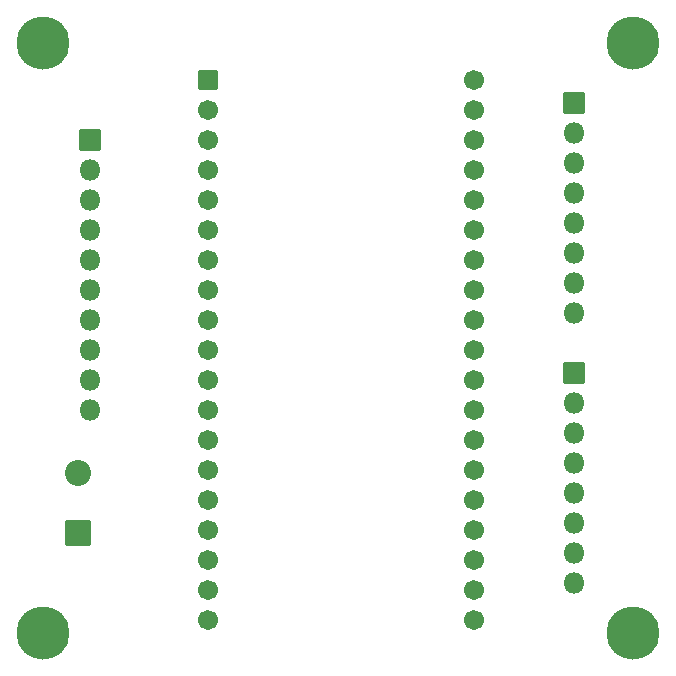
<source format=gts>
%TF.GenerationSoftware,KiCad,Pcbnew,(6.0.0)*%
%TF.CreationDate,2022-02-28T16:44:46-03:00*%
%TF.ProjectId,Placa Digital,506c6163-6120-4446-9967-6974616c2e6b,V01*%
%TF.SameCoordinates,Original*%
%TF.FileFunction,Soldermask,Top*%
%TF.FilePolarity,Negative*%
%FSLAX46Y46*%
G04 Gerber Fmt 4.6, Leading zero omitted, Abs format (unit mm)*
G04 Created by KiCad (PCBNEW (6.0.0)) date 2022-02-28 16:44:46*
%MOMM*%
%LPD*%
G01*
G04 APERTURE LIST*
G04 Aperture macros list*
%AMRoundRect*
0 Rectangle with rounded corners*
0 $1 Rounding radius*
0 $2 $3 $4 $5 $6 $7 $8 $9 X,Y pos of 4 corners*
0 Add a 4 corners polygon primitive as box body*
4,1,4,$2,$3,$4,$5,$6,$7,$8,$9,$2,$3,0*
0 Add four circle primitives for the rounded corners*
1,1,$1+$1,$2,$3*
1,1,$1+$1,$4,$5*
1,1,$1+$1,$6,$7*
1,1,$1+$1,$8,$9*
0 Add four rect primitives between the rounded corners*
20,1,$1+$1,$2,$3,$4,$5,0*
20,1,$1+$1,$4,$5,$6,$7,0*
20,1,$1+$1,$6,$7,$8,$9,0*
20,1,$1+$1,$8,$9,$2,$3,0*%
G04 Aperture macros list end*
%ADD10RoundRect,0.050800X-0.800000X-0.800000X0.800000X-0.800000X0.800000X0.800000X-0.800000X0.800000X0*%
%ADD11C,1.701600*%
%ADD12O,1.801600X1.801600*%
%ADD13RoundRect,0.050800X-0.850000X-0.850000X0.850000X-0.850000X0.850000X0.850000X-0.850000X0.850000X0*%
%ADD14C,0.801600*%
%ADD15C,4.501600*%
%ADD16RoundRect,0.050800X1.050000X-1.050000X1.050000X1.050000X-1.050000X1.050000X-1.050000X-1.050000X0*%
%ADD17C,2.201600*%
G04 APERTURE END LIST*
D10*
%TO.C,U1*%
X132000000Y-62140000D03*
D11*
X132000000Y-64680000D03*
X132000000Y-67220000D03*
X132000000Y-69760000D03*
X132000000Y-72300000D03*
X132000000Y-74840000D03*
X132000000Y-77380000D03*
X132000000Y-79920000D03*
X132000000Y-82460000D03*
X132000000Y-85000000D03*
X132000000Y-87540000D03*
X132000000Y-90080000D03*
X132000000Y-92620000D03*
X132000000Y-95160000D03*
X132000000Y-97700000D03*
X132000000Y-100240000D03*
X132000000Y-102780000D03*
X132000000Y-105320000D03*
X132000000Y-107860000D03*
X154500000Y-107860000D03*
X154500000Y-105320000D03*
X154500000Y-102780000D03*
X154500000Y-100240000D03*
X154500000Y-97700000D03*
X154500000Y-95160000D03*
X154500000Y-92620000D03*
X154500000Y-90080000D03*
X154500000Y-87540000D03*
X154500000Y-85000000D03*
X154500000Y-82460000D03*
X154500000Y-79920000D03*
X154500000Y-77380000D03*
X154500000Y-74840000D03*
X154500000Y-72300000D03*
X154500000Y-69760000D03*
X154500000Y-67220000D03*
X154500000Y-64680000D03*
X154500000Y-62140000D03*
%TD*%
D12*
%TO.C,J4*%
X122000000Y-87545000D03*
X122000000Y-90085000D03*
D13*
X122000000Y-67225000D03*
D12*
X122000000Y-69765000D03*
X122000000Y-72305000D03*
X122000000Y-74845000D03*
X122000000Y-77385000D03*
X122000000Y-79925000D03*
X122000000Y-82465000D03*
X122000000Y-85005000D03*
%TD*%
D14*
%TO.C,H1*%
X116833274Y-60166726D03*
X116833274Y-57833274D03*
X119166726Y-57833274D03*
D15*
X118000000Y-59000000D03*
D14*
X118000000Y-57350000D03*
X116350000Y-59000000D03*
X118000000Y-60650000D03*
X119650000Y-59000000D03*
X119166726Y-60166726D03*
%TD*%
%TO.C,H3*%
X166833274Y-110166726D03*
X166350000Y-109000000D03*
X169650000Y-109000000D03*
X166833274Y-107833274D03*
X169166726Y-107833274D03*
D15*
X168000000Y-109000000D03*
D14*
X168000000Y-107350000D03*
X168000000Y-110650000D03*
X169166726Y-110166726D03*
%TD*%
D16*
%TO.C,U2*%
X121000000Y-100540000D03*
D17*
X121000000Y-95460000D03*
%TD*%
D14*
%TO.C,H2*%
X168000000Y-57350000D03*
X166350000Y-59000000D03*
X166833274Y-60166726D03*
D15*
X168000000Y-59000000D03*
D14*
X169166726Y-57833274D03*
X169650000Y-59000000D03*
X166833274Y-57833274D03*
X168000000Y-60650000D03*
X169166726Y-60166726D03*
%TD*%
D12*
%TO.C,J2*%
X163000000Y-92080000D03*
X163000000Y-94620000D03*
X163000000Y-97160000D03*
X163000000Y-99700000D03*
X163000000Y-102240000D03*
X163000000Y-104780000D03*
D13*
X163000000Y-87000000D03*
D12*
X163000000Y-89540000D03*
%TD*%
D14*
%TO.C,H4*%
X119650000Y-109000000D03*
X119166726Y-110166726D03*
X116350000Y-109000000D03*
X118000000Y-107350000D03*
X116833274Y-107833274D03*
X118000000Y-110650000D03*
X116833274Y-110166726D03*
X119166726Y-107833274D03*
D15*
X118000000Y-109000000D03*
%TD*%
D12*
%TO.C,J1*%
X163000000Y-76825000D03*
X163000000Y-79365000D03*
X163000000Y-81905000D03*
X163000000Y-74285000D03*
X163000000Y-71745000D03*
D13*
X163000000Y-64125000D03*
D12*
X163000000Y-66665000D03*
X163000000Y-69205000D03*
%TD*%
M02*

</source>
